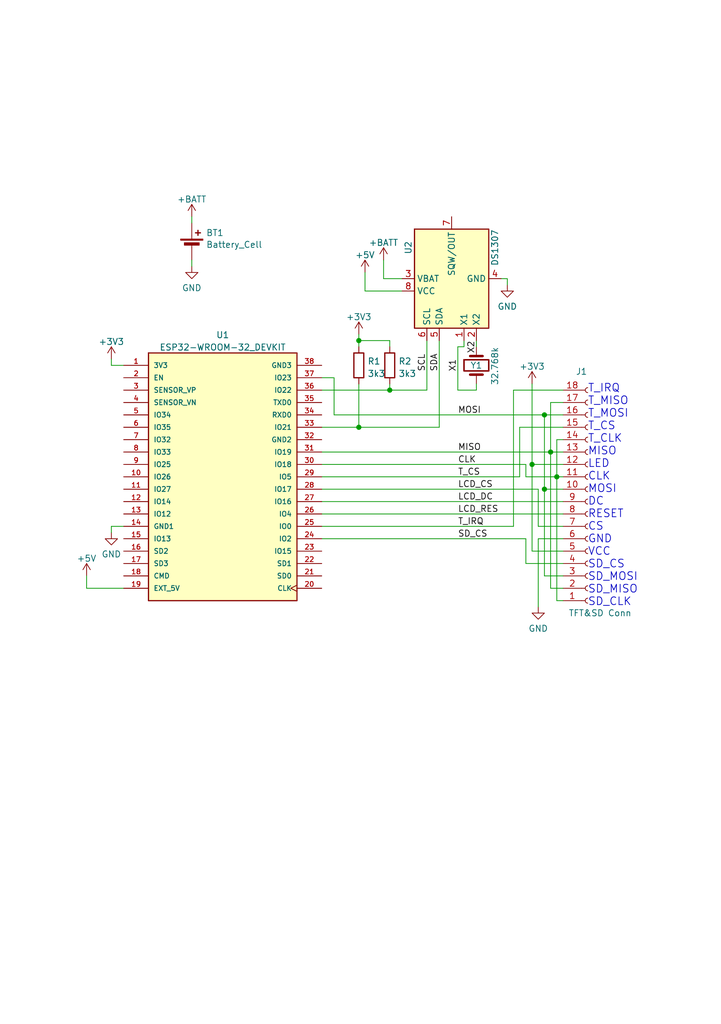
<source format=kicad_sch>
(kicad_sch (version 20230121) (generator eeschema)
  (paper "A5" portrait)
  (title_block (title "Smart Heating System - ESP32 Controller") (date "2023-06-15") (rev "Rev 1.1") (company "University of Bolton") (comment 4 "Designed by: Erik Zsolt Kis-Varga"))
  (lib_symbols
    (symbol "Connector:Conn_01x18_Female" (pin_names (offset 1.016) hide)
      (property "Reference" "J" (at 0 22.86 0))
      (property "Value" "Conn_01x18_Female" (at 0 -25.4 0))
      (symbol "Conn_01x18_Female_1_1"
        (arc (start 0 -22.352) (mid -0.5058 -22.86) (end 0 -23.368) (stroke (width 0.1524)))
        (arc (start 0 -19.812) (mid -0.5058 -20.32) (end 0 -20.828) (stroke (width 0.1524)))
        (arc (start 0 -17.272) (mid -0.5058 -17.78) (end 0 -18.288) (stroke (width 0.1524)))
        (arc (start 0 -14.732) (mid -0.5058 -15.24) (end 0 -15.748) (stroke (width 0.1524)))
        (arc (start 0 -12.192) (mid -0.5058 -12.7) (end 0 -13.208) (stroke (width 0.1524)))
        (arc (start 0 -9.652) (mid -0.5058 -10.16) (end 0 -10.668) (stroke (width 0.1524)))
        (arc (start 0 -7.112) (mid -0.5058 -7.62) (end 0 -8.128) (stroke (width 0.1524)))
        (arc (start 0 -4.572) (mid -0.5058 -5.08) (end 0 -5.588) (stroke (width 0.1524)))
        (arc (start 0 -2.032) (mid -0.5058 -2.54) (end 0 -3.048) (stroke (width 0.1524)))
        (polyline (pts (xy -1.27 -22.86) (xy -0.508 -22.86)) (stroke (width 0.1524)))
        (polyline (pts (xy -1.27 -20.32) (xy -0.508 -20.32)) (stroke (width 0.1524)))
        (polyline (pts (xy -1.27 -17.78) (xy -0.508 -17.78)) (stroke (width 0.1524)))
        (polyline (pts (xy -1.27 -15.24) (xy -0.508 -15.24)) (stroke (width 0.1524)))
        (polyline (pts (xy -1.27 -12.7) (xy -0.508 -12.7)) (stroke (width 0.1524)))
        (polyline (pts (xy -1.27 -10.16) (xy -0.508 -10.16)) (stroke (width 0.1524)))
        (polyline (pts (xy -1.27 -7.62) (xy -0.508 -7.62)) (stroke (width 0.1524)))
        (polyline (pts (xy -1.27 -5.08) (xy -0.508 -5.08)) (stroke (width 0.1524)))
        (polyline (pts (xy -1.27 -2.54) (xy -0.508 -2.54)) (stroke (width 0.1524)))
        (polyline (pts (xy -1.27 0) (xy -0.508 0)) (stroke (width 0.1524)))
        (polyline (pts (xy -1.27 2.54) (xy -0.508 2.54)) (stroke (width 0.1524)))
        (polyline (pts (xy -1.27 5.08) (xy -0.508 5.08)) (stroke (width 0.1524)))
        (polyline (pts (xy -1.27 7.62) (xy -0.508 7.62)) (stroke (width 0.1524)))
        (polyline (pts (xy -1.27 10.16) (xy -0.508 10.16)) (stroke (width 0.1524)))
        (polyline (pts (xy -1.27 12.7) (xy -0.508 12.7)) (stroke (width 0.1524)))
        (polyline (pts (xy -1.27 15.24) (xy -0.508 15.24)) (stroke (width 0.1524)))
        (polyline (pts (xy -1.27 17.78) (xy -0.508 17.78)) (stroke (width 0.1524)))
        (polyline (pts (xy -1.27 20.32) (xy -0.508 20.32)) (stroke (width 0.1524)))
        (arc (start 0 0.508) (mid -0.5058 0) (end 0 -0.508) (stroke (width 0.1524)))
        (arc (start 0 3.048) (mid -0.5058 2.54) (end 0 2.032) (stroke (width 0.1524)))
        (arc (start 0 5.588) (mid -0.5058 5.08) (end 0 4.572) (stroke (width 0.1524)))
        (arc (start 0 8.128) (mid -0.5058 7.62) (end 0 7.112) (stroke (width 0.1524)))
        (arc (start 0 10.668) (mid -0.5058 10.16) (end 0 9.652) (stroke (width 0.1524)))
        (arc (start 0 13.208) (mid -0.5058 12.7) (end 0 12.192) (stroke (width 0.1524)))
        (arc (start 0 15.748) (mid -0.5058 15.24) (end 0 14.732) (stroke (width 0.1524)))
        (arc (start 0 18.288) (mid -0.5058 17.78) (end 0 17.272) (stroke (width 0.1524)))
        (arc (start 0 20.828) (mid -0.5058 20.32) (end 0 19.812) (stroke (width 0.1524)))
        (pin passive line (at -5.08 20.32 0) (length 3.81) (name "Pin_1") (number "1"))
        (pin passive line (at -5.08 -2.54 0) (length 3.81) (name "Pin_10") (number "10"))
        (pin passive line (at -5.08 -5.08 0) (length 3.81) (name "Pin_11") (number "11"))
        (pin passive line (at -5.08 -7.62 0) (length 3.81) (name "Pin_12") (number "12"))
        (pin passive line (at -5.08 -10.16 0) (length 3.81) (name "Pin_13") (number "13"))
        (pin passive line (at -5.08 -12.7 0) (length 3.81) (name "Pin_14") (number "14"))
        (pin passive line (at -5.08 -15.24 0) (length 3.81) (name "Pin_15") (number "15"))
        (pin passive line (at -5.08 -17.78 0) (length 3.81) (name "Pin_16") (number "16"))
        (pin passive line (at -5.08 -20.32 0) (length 3.81) (name "Pin_17") (number "17"))
        (pin passive line (at -5.08 -22.86 0) (length 3.81) (name "Pin_18") (number "18"))
        (pin passive line (at -5.08 17.78 0) (length 3.81) (name "Pin_2") (number "2"))
        (pin passive line (at -5.08 15.24 0) (length 3.81) (name "Pin_3") (number "3"))
        (pin passive line (at -5.08 12.7 0) (length 3.81) (name "Pin_4") (number "4"))
        (pin passive line (at -5.08 10.16 0) (length 3.81) (name "Pin_5") (number "5"))
        (pin passive line (at -5.08 7.62 0) (length 3.81) (name "Pin_6") (number "6"))
        (pin passive line (at -5.08 5.08 0) (length 3.81) (name "Pin_7") (number "7"))
        (pin passive line (at -5.08 2.54 0) (length 3.81) (name "Pin_8") (number "8"))
        (pin passive line (at -5.08 0 0) (length 3.81) (name "Pin_9") (number "9"))
      )
    )
    (symbol "Device:Battery_Cell" (pin_numbers hide) (pin_names (offset 0) hide)
      (property "Reference" "BT" (at 2.54 2.54 0))
      (property "Value" "Battery_Cell" (at 2.54 0 0))
      (symbol "Battery_Cell_0_1"
        (rectangle (start -2.286 1.778) (end 2.286 1.524) (fill (type outline)))
        (rectangle (start -1.524 1.016) (end 1.524 0.508) (fill (type outline)))
        (polyline (pts (xy 0 0.762) (xy 0 0)))
        (polyline (pts (xy 0 1.778) (xy 0 2.54)))
        (polyline (pts (xy 0.762 3.048) (xy 1.778 3.048)) (stroke (width 0.254)))
        (polyline (pts (xy 1.27 3.556) (xy 1.27 2.54)) (stroke (width 0.254)))
      )
      (symbol "Battery_Cell_1_1"
        (pin passive line (at 0 5.08 270) (length 2.54) (name "+") (number "1"))
        (pin passive line (at 0 -2.54 90) (length 2.54) (name "-") (number "2"))
      )
    )
    (symbol "Device:Crystal" (pin_numbers hide) (pin_names (offset 1.016) hide)
      (property "Reference" "Y" (at 0 3.81 0))
      (property "Value" "Crystal" (at 0 -3.81 0))
      (symbol "Crystal_0_1"
        (rectangle (start -1.143 2.54) (end 1.143 -2.54) (stroke (width 0.3048)))
        (polyline (pts (xy -2.54 0) (xy -1.905 0)))
        (polyline (pts (xy -1.905 -1.27) (xy -1.905 1.27)) (stroke (width 0.508)))
        (polyline (pts (xy 1.905 -1.27) (xy 1.905 1.27)) (stroke (width 0.508)))
        (polyline (pts (xy 2.54 0) (xy 1.905 0)))
      )
      (symbol "Crystal_1_1"
        (pin passive line (at -3.81 0 0) (length 1.27) (name "1") (number "1"))
        (pin passive line (at 3.81 0 180) (length 1.27) (name "2") (number "2"))
      )
    )
    (symbol "Device:R" (pin_numbers hide) (pin_names (offset 0))
      (property "Reference" "R" (at 2.032 0 90))
      (property "Value" "R" (at 0 0 90))
      (symbol "R_0_1"
        (rectangle (start -1.016 -2.54) (end 1.016 2.54) (stroke (width 0.254)))
      )
      (symbol "R_1_1"
        (pin passive line (at 0 3.81 270) (length 1.27) (name "~") (number "1"))
        (pin passive line (at 0 -3.81 90) (length 1.27) (name "~") (number "2"))
      )
    )
    (symbol "ESP32Controller:ESP32-WROOM-32_DEVKIT" (pin_names (offset 1.016))
      (property "Reference" "U" (at -15.2572 26.0643 0))
      (property "Value" "ESP32-WROOM-32_DEVKIT" (at -15.2563 -27.9698 0))
      (symbol "ESP32-WROOM-32_DEVKIT_0_0"
        (rectangle (start -15.24 -25.4) (end 15.24 25.4) (stroke (width 0.254)) (fill (type background)))
        (pin power_in line (at -20.32 22.86 0) (length 5.08) (name "3V3") (number "1"))
        (pin bidirectional line (at -20.32 0 0) (length 5.08) (name "IO26") (number "10"))
        (pin bidirectional line (at -20.32 -2.54 0) (length 5.08) (name "IO27") (number "11"))
        (pin bidirectional line (at -20.32 -5.08 0) (length 5.08) (name "IO14") (number "12"))
        (pin bidirectional line (at -20.32 -7.62 0) (length 5.08) (name "IO12") (number "13"))
        (pin power_in line (at -20.32 -10.16 0) (length 5.08) (name "GND1") (number "14"))
        (pin bidirectional line (at -20.32 -12.7 0) (length 5.08) (name "IO13") (number "15"))
        (pin bidirectional line (at -20.32 -15.24 0) (length 5.08) (name "SD2") (number "16"))
        (pin bidirectional line (at -20.32 -17.78 0) (length 5.08) (name "SD3") (number "17"))
        (pin bidirectional line (at -20.32 -20.32 0) (length 5.08) (name "CMD") (number "18"))
        (pin power_in line (at -20.32 -22.86 0) (length 5.08) (name "EXT_5V") (number "19"))
        (pin input line (at -20.32 20.32 0) (length 5.08) (name "EN") (number "2"))
        (pin input clock (at 20.32 -22.86 180) (length 5.08) (name "CLK") (number "20"))
        (pin bidirectional line (at 20.32 -20.32 180) (length 5.08) (name "SD0") (number "21"))
        (pin bidirectional line (at 20.32 -17.78 180) (length 5.08) (name "SD1") (number "22"))
        (pin bidirectional line (at 20.32 -15.24 180) (length 5.08) (name "IO15") (number "23"))
        (pin bidirectional line (at 20.32 -12.7 180) (length 5.08) (name "IO2") (number "24"))
        (pin bidirectional line (at 20.32 -10.16 180) (length 5.08) (name "IO0") (number "25"))
        (pin bidirectional line (at 20.32 -7.62 180) (length 5.08) (name "IO4") (number "26"))
        (pin bidirectional line (at 20.32 -5.08 180) (length 5.08) (name "IO16") (number "27"))
        (pin bidirectional line (at 20.32 -2.54 180) (length 5.08) (name "IO17") (number "28"))
        (pin bidirectional line (at 20.32 0 180) (length 5.08) (name "IO5") (number "29"))
        (pin input line (at -20.32 17.78 0) (length 5.08) (name "SENSOR_VP") (number "3"))
        (pin bidirectional line (at 20.32 2.54 180) (length 5.08) (name "IO18") (number "30"))
        (pin bidirectional line (at 20.32 5.08 180) (length 5.08) (name "IO19") (number "31"))
        (pin power_in line (at 20.32 7.62 180) (length 5.08) (name "GND2") (number "32"))
        (pin bidirectional line (at 20.32 10.16 180) (length 5.08) (name "IO21") (number "33"))
        (pin input line (at 20.32 12.7 180) (length 5.08) (name "RXD0") (number "34"))
        (pin output line (at 20.32 15.24 180) (length 5.08) (name "TXD0") (number "35"))
        (pin bidirectional line (at 20.32 17.78 180) (length 5.08) (name "IO22") (number "36"))
        (pin bidirectional line (at 20.32 20.32 180) (length 5.08) (name "IO23") (number "37"))
        (pin power_in line (at 20.32 22.86 180) (length 5.08) (name "GND3") (number "38"))
        (pin input line (at -20.32 15.24 0) (length 5.08) (name "SENSOR_VN") (number "4"))
        (pin bidirectional line (at -20.32 12.7 0) (length 5.08) (name "IO34") (number "5"))
        (pin bidirectional line (at -20.32 10.16 0) (length 5.08) (name "IO35") (number "6"))
        (pin bidirectional line (at -20.32 7.62 0) (length 5.08) (name "IO32") (number "7"))
        (pin bidirectional line (at -20.32 5.08 0) (length 5.08) (name "IO33") (number "8"))
        (pin bidirectional line (at -20.32 2.54 0) (length 5.08) (name "IO25") (number "9"))
      )
    )
    (symbol "Timer_RTC:DS1307+"
      (property "Reference" "U" (at -8.89 8.89 0))
      (property "Value" "DS1307+" (at 1.27 8.89 0))
      (symbol "DS1307+_0_1"
        (rectangle (start -10.16 7.62) (end 10.16 -7.62) (stroke (width 0.254)) (fill (type background)))
      )
      (symbol "DS1307+_1_1"
        (pin input line (at -12.7 -2.54 0) (length 2.54) (name "X1") (number "1"))
        (pin input line (at -12.7 -5.08 0) (length 2.54) (name "X2") (number "2"))
        (pin power_in line (at 0 10.16 270) (length 2.54) (name "VBAT") (number "3"))
        (pin power_in line (at 0 -10.16 90) (length 2.54) (name "GND") (number "4"))
        (pin bidirectional line (at -12.7 2.54 0) (length 2.54) (name "SDA") (number "5"))
        (pin input line (at -12.7 5.08 0) (length 2.54) (name "SCL") (number "6"))
        (pin open_collector line (at 12.7 0 180) (length 2.54) (name "SQW/OUT") (number "7"))
        (pin power_in line (at -2.54 10.16 270) (length 2.54) (name "VCC") (number "8"))
      )
    )
    (symbol "power:+3.3V" (power) (pin_names (offset 0))
      (property "Value" "+3.3V" (at 0 3.556 0))
      (symbol "+3.3V_0_1"
        (polyline (pts (xy -0.762 1.27) (xy 0 2.54)))
        (polyline (pts (xy 0 0) (xy 0 2.54)))
        (polyline (pts (xy 0 2.54) (xy 0.762 1.27)))
      )
      (symbol "+3.3V_1_1"
        (pin power_in line (at 0 0 90) (length 0) hide (name "+3V3") (number "1"))
      )
    )
    (symbol "power:+5V" (power) (pin_names (offset 0))
      (property "Value" "+5V" (at 0 3.556 0))
      (symbol "+5V_0_1"
        (polyline (pts (xy -0.762 1.27) (xy 0 2.54)))
        (polyline (pts (xy 0 0) (xy 0 2.54)))
        (polyline (pts (xy 0 2.54) (xy 0.762 1.27)))
      )
      (symbol "+5V_1_1"
        (pin power_in line (at 0 0 90) (length 0) hide (name "+5V") (number "1"))
      )
    )
    (symbol "power:+BATT" (power) (pin_names (offset 0))
      (property "Value" "+BATT" (at 0 3.556 0))
      (symbol "+BATT_0_1"
        (polyline (pts (xy -0.762 1.27) (xy 0 2.54)))
        (polyline (pts (xy 0 0) (xy 0 2.54)))
        (polyline (pts (xy 0 2.54) (xy 0.762 1.27)))
      )
      (symbol "+BATT_1_1"
        (pin power_in line (at 0 0 90) (length 0) hide (name "+BATT") (number "1"))
      )
    )
    (symbol "power:GND" (power) (pin_names (offset 0))
      (property "Value" "GND" (at 0 -3.81 0))
      (symbol "GND_0_1"
        (polyline (pts (xy 0 0) (xy 0 -1.27) (xy 1.27 -1.27) (xy 0 -2.54) (xy -1.27 -1.27) (xy 0 -1.27)))
      )
      (symbol "GND_1_1"
        (pin power_in line (at 0 0 270) (length 0) hide (name "GND") (number "1"))
      )
    )
  )
  (junction (at 73.66 87.63))
  (junction (at 114.3 97.79))
  (junction (at 109.22 95.25))
  (junction (at 111.76 100.33))
  (junction (at 113.03 92.71))
  (junction (at 80.01 80.01))
  (junction (at 111.76 85.09))
  (junction (at 73.66 69.85))
  (wire (pts (xy 97.79 78.74) (xy 97.79 80.01)))
  (wire (pts (xy 107.95 97.79) (xy 114.3 97.79)))
  (wire (pts (xy 111.76 118.11) (xy 111.76 100.33)))
  (wire (pts (xy 78.74 57.15) (xy 82.55 57.15)))
  (wire (pts (xy 66.04 92.71) (xy 113.03 92.71)))
  (wire (pts (xy 115.57 123.19) (xy 114.3 123.19)))
  (wire (pts (xy 87.63 69.85) (xy 87.63 80.01)))
  (wire (pts (xy 113.03 92.71) (xy 115.57 92.71)))
  (wire (pts (xy 113.03 120.65) (xy 113.03 92.71)))
  (wire (pts (xy 73.66 78.74) (xy 73.66 87.63)))
  (wire (pts (xy 66.04 80.01) (xy 80.01 80.01)))
  (wire (pts (xy 22.86 74.93) (xy 25.4 74.93)))
  (wire (pts (xy 106.68 97.79) (xy 66.04 97.79)))
  (wire (pts (xy 110.49 124.46) (xy 110.49 110.49)))
  (wire (pts (xy 110.49 110.49) (xy 115.57 110.49)))
  (wire (pts (xy 107.95 95.25) (xy 107.95 97.79)))
  (wire (pts (xy 111.76 100.33) (xy 111.76 85.09)))
  (wire (pts (xy 78.74 53.34) (xy 78.74 57.15)))
  (wire (pts (xy 114.3 97.79) (xy 115.57 97.79)))
  (wire (pts (xy 111.76 85.09) (xy 115.57 85.09)))
  (wire (pts (xy 17.78 120.65) (xy 25.4 120.65)))
  (wire (pts (xy 106.68 87.63) (xy 106.68 97.79)))
  (wire (pts (xy 113.03 82.55) (xy 113.03 92.71)))
  (wire (pts (xy 66.04 95.25) (xy 107.95 95.25)))
  (wire (pts (xy 115.57 118.11) (xy 111.76 118.11)))
  (wire (pts (xy 97.79 80.01) (xy 93.98 80.01)))
  (wire (pts (xy 109.22 95.25) (xy 115.57 95.25)))
  (wire (pts (xy 66.04 110.49) (xy 107.95 110.49)))
  (wire (pts (xy 90.17 69.85) (xy 90.17 87.63)))
  (wire (pts (xy 68.58 77.47) (xy 68.58 85.09)))
  (wire (pts (xy 66.04 102.87) (xy 115.57 102.87)))
  (wire (pts (xy 115.57 115.57) (xy 107.95 115.57)))
  (wire (pts (xy 105.41 80.01) (xy 115.57 80.01)))
  (wire (pts (xy 22.86 73.66) (xy 22.86 74.93)))
  (wire (pts (xy 114.3 90.17) (xy 115.57 90.17)))
  (wire (pts (xy 114.3 90.17) (xy 114.3 97.79)))
  (wire (pts (xy 17.78 118.11) (xy 17.78 120.65)))
  (wire (pts (xy 113.03 82.55) (xy 115.57 82.55)))
  (wire (pts (xy 97.79 69.85) (xy 97.79 71.12)))
  (wire (pts (xy 111.76 100.33) (xy 115.57 100.33)))
  (wire (pts (xy 104.14 57.15) (xy 102.87 57.15)))
  (wire (pts (xy 66.04 77.47) (xy 68.58 77.47)))
  (wire (pts (xy 80.01 78.74) (xy 80.01 80.01)))
  (wire (pts (xy 73.66 87.63) (xy 90.17 87.63)))
  (wire (pts (xy 109.22 113.03) (xy 115.57 113.03)))
  (wire (pts (xy 114.3 123.19) (xy 114.3 97.79)))
  (wire (pts (xy 115.57 120.65) (xy 113.03 120.65)))
  (wire (pts (xy 74.93 59.69) (xy 74.93 55.88)))
  (wire (pts (xy 66.04 87.63) (xy 73.66 87.63)))
  (wire (pts (xy 80.01 71.12) (xy 80.01 69.85)))
  (wire (pts (xy 73.66 68.58) (xy 73.66 69.85)))
  (wire (pts (xy 73.66 69.85) (xy 73.66 71.12)))
  (wire (pts (xy 110.49 107.95) (xy 115.57 107.95)))
  (wire (pts (xy 66.04 100.33) (xy 110.49 100.33)))
  (wire (pts (xy 107.95 115.57) (xy 107.95 110.49)))
  (wire (pts (xy 87.63 80.01) (xy 80.01 80.01)))
  (wire (pts (xy 22.86 109.22) (xy 22.86 107.95)))
  (wire (pts (xy 105.41 107.95) (xy 105.41 80.01)))
  (wire (pts (xy 39.37 53.34) (xy 39.37 54.61)))
  (wire (pts (xy 109.22 78.74) (xy 109.22 95.25)))
  (wire (pts (xy 22.86 107.95) (xy 25.4 107.95)))
  (wire (pts (xy 115.57 87.63) (xy 106.68 87.63)))
  (wire (pts (xy 93.98 71.12) (xy 93.98 80.01)))
  (wire (pts (xy 39.37 44.45) (xy 39.37 45.72)))
  (wire (pts (xy 73.66 69.85) (xy 80.01 69.85)))
  (wire (pts (xy 68.58 85.09) (xy 111.76 85.09)))
  (wire (pts (xy 74.93 59.69) (xy 82.55 59.69)))
  (wire (pts (xy 110.49 100.33) (xy 110.49 107.95)))
  (wire (pts (xy 104.14 58.42) (xy 104.14 57.15)))
  (wire (pts (xy 109.22 95.25) (xy 109.22 113.03)))
  (wire (pts (xy 66.04 105.41) (xy 115.57 105.41)))
  (wire (pts (xy 95.25 69.85) (xy 95.25 71.12)))
  (wire (pts (xy 95.25 71.12) (xy 93.98 71.12)))
  (wire (pts (xy 66.04 107.95) (xy 105.41 107.95)))
  (text "T_IRQ\nT_MISO\nT_MOSI\nT_CS\nT_CLK\nMISO\nLED\nCLK\nMOSI\nDC\nRESET\nCS\nGND\nVCC\nSD_CS\nSD_MOSI\nSD_MISO\nSD_CLK" (at 120.65 124.46 0) (effects (font (size 1.6 1.6)) (justify left bottom)))
  (label "LCD_RES" (at 93.98 105.41 0))
  (label "X1" (at 93.98 76.2 90))
  (label "T_IRQ" (at 93.98 107.95 0))
  (label "SD_CS" (at 93.98 110.49 0))
  (label "T_CS" (at 93.98 97.79 0))
  (label "SCL" (at 87.63 76.2 90))
  (label "LCD_DC" (at 93.98 102.87 0))
  (label "MOSI" (at 93.98 85.09 0))
  (label "LCD_CS" (at 93.98 100.33 0))
  (label "CLK" (at 93.98 95.25 0))
  (label "SDA" (at 90.17 76.2 90))
  (label "MISO" (at 93.98 92.71 0))
  (label "X2" (at 97.79 69.85 270))
  (symbol (lib_id "power:+3.3V") (at 73.66 68.58 0) (unit 1)
    (property "Reference" "#PWR0103" (effects hide))
    (property "Value" "+3.3V" (at 73.66 65.0042 0))
  )
  (symbol (lib_id "power:+BATT") (at 78.74 53.34 0) (unit 1)
    (property "Reference" "#PWR0102" (effects hide))
    (property "Value" "+BATT" (at 78.74 49.7642 0))
  )
  (symbol (lib_id "power:GND") (at 110.49 124.46 0) (unit 1)
    (property "Reference" "#PWR0104" (effects hide))
    (property "Value" "GND" (at 110.49 128.9034 0))
  )
  (symbol (lib_id "Connector:Conn_01x18_Female") (at 120.65 102.87 0) (mirror x) (unit 1)
    (property "Reference" "J1" (at 119.38 76.2 0))
    (property "Value" "TFT&SD Conn" (at 123.19 125.73 0))
    (property "Footprint" "ESP32Controller:2.8LCDTouchWithSD" (effects hide))
  )
  (symbol (lib_id "power:+5V") (at 74.93 55.88 0) (unit 1)
    (property "Reference" "#PWR0101" (effects hide))
    (property "Value" "+5V" (at 74.93 52.3042 0))
  )
  (symbol (lib_id "power:+BATT") (at 39.37 44.45 0) (unit 1)
    (property "Reference" "#PWR04" (effects hide))
    (property "Value" "+BATT" (at 39.37 40.8742 0))
  )
  (symbol (lib_id "Device:R") (at 80.01 74.93 0) (unit 1)
    (property "Reference" "R2" (at 81.788 74.0953 0) (effects (justify left)))
    (property "Value" "3k3" (at 81.788 76.6322 0) (effects (justify left)))
    (property "Footprint" "Resistor_THT:R_Axial_DIN0207_L6.3mm_D2.5mm_P10.16mm_Horizontal" (effects hide))
  )
  (symbol (lib_id "power:+3.3V") (at 22.86 73.66 0) (unit 1)
    (property "Reference" "#PWR02" (effects hide))
    (property "Value" "+3.3V" (at 22.86 70.0842 0))
  )
  (symbol (lib_id "Device:Battery_Cell") (at 39.37 50.8 0) (unit 1)
    (property "Reference" "BT1" (at 42.291 47.7464 0) (effects (justify left)))
    (property "Value" "Battery_Cell" (at 42.291 50.1706 0) (effects (justify left)))
    (property "Footprint" "Battery:BatteryHolder_Keystone_103_1x20mm" (effects hide))
  )
  (symbol (lib_id "Device:R") (at 73.66 74.93 0) (unit 1)
    (property "Reference" "R1" (at 75.438 74.0953 0) (effects (justify left)))
    (property "Value" "3k3" (at 75.438 76.6322 0) (effects (justify left)))
    (property "Footprint" "Resistor_THT:R_Axial_DIN0207_L6.3mm_D2.5mm_P10.16mm_Horizontal" (effects hide))
  )
  (symbol (lib_id "ESP32Controller:ESP32-WROOM-32_DEVKIT") (at 45.72 97.79 0) (unit 1)
    (property "Reference" "U1" (at 45.72 68.6902 0))
    (property "Value" "ESP32-WROOM-32_DEVKIT" (at 45.72 71.2271 0))
    (property "Footprint" "ESP32Controller:MODULE_ESP32-DEVKITC" (effects hide))
    (property "PARTREV" "N/A" (effects hide))
    (property "STANDARD" "Manufacturer Recommendations" (effects hide))
    (property "MANUFACTURER" "ESPRESSIF" (effects hide))
  )
  (symbol (lib_id "Device:Crystal") (at 97.79 74.93 90) (unit 1)
    (property "Reference" "Y1" (at 96.52 74.93 90) (effects (justify right)))
    (property "Value" "32.768k" (at 101.6 71.12 0) (effects (justify right)))
    (property "Footprint" "Crystal:Crystal_C38-LF_D3.0mm_L8.0mm_Horizontal" (effects hide))
  )
  (symbol (lib_id "Timer_RTC:DS1307+") (at 92.71 57.15 90) (unit 1)
    (property "Reference" "U2" (at 83.82 50.8 0))
    (property "Value" "DS1307" (at 101.6 50.8 0))
    (property "Footprint" "Package_DIP:DIP-8_W7.62mm" (effects hide))
    (property "Datasheet" "https://datasheets.maximintegrated.com/en/ds/DS1307.pdf" (effects hide))
  )
  (symbol (lib_id "power:+3.3V") (at 109.22 78.74 0) (unit 1)
    (property "Reference" "#PWR0105" (effects hide))
    (property "Value" "+3.3V" (at 109.22 75.1642 0))
  )
  (symbol (lib_id "power:+5V") (at 17.78 118.11 0) (unit 1)
    (property "Reference" "#PWR01" (effects hide))
    (property "Value" "+5V" (at 17.78 114.5342 0))
  )
  (symbol (lib_id "power:GND") (at 104.14 58.42 0) (unit 1)
    (property "Reference" "#PWR0106" (effects hide))
    (property "Value" "GND" (at 104.14 62.8634 0))
  )
  (symbol (lib_id "power:GND") (at 22.86 109.22 0) (unit 1)
    (property "Reference" "#PWR03" (effects hide))
    (property "Value" "GND" (at 22.86 113.6634 0))
  )
  (symbol (lib_id "power:GND") (at 39.37 54.61 0) (unit 1)
    (property "Reference" "#PWR05" (effects hide))
    (property "Value" "GND" (at 39.37 59.0534 0))
  )
)
</source>
